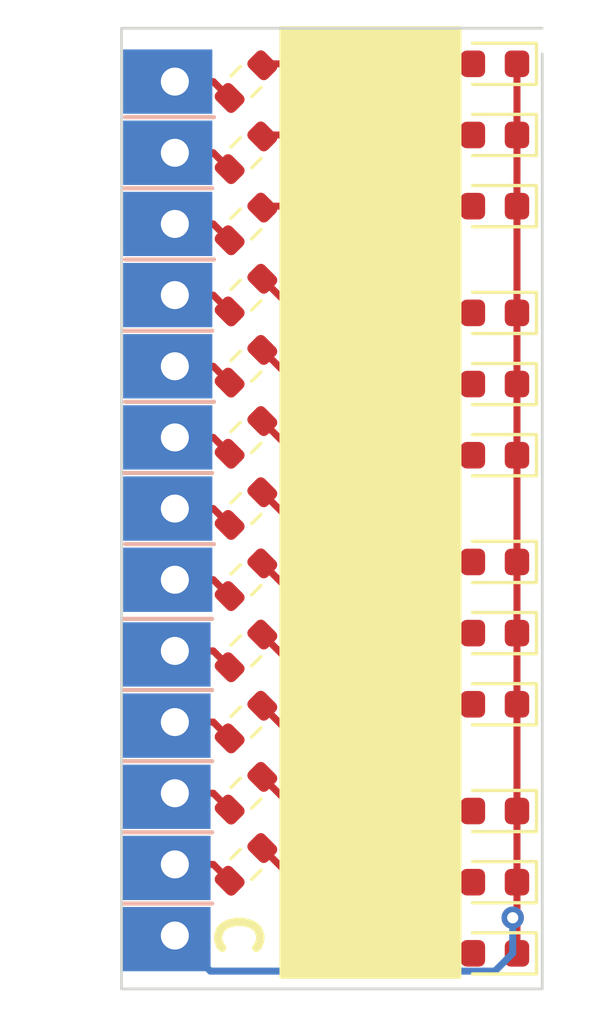
<source format=kicad_pcb>
(kicad_pcb (version 20221018) (generator pcbnew)
  (layers (0 "F.Cu" signal) (31 "B.Cu" signal) (34 "B.Paste" user) (35 "F.Paste" user) (36 "B.SilkS" user "B.Silkscreen") (37 "F.SilkS" user "F.Silkscreen") (38 "B.Mask" user) (39 "F.Mask" user) (44 "Edge.Cuts" user))
  (net 0 "")
  (net 1 "Net-(D1-K)")
  (net 2 "Net-(D1-A)")
  (net 3 "Net-(D2-A)")
  (net 4 "Net-(D3-A)")
  (net 5 "Net-(D4-A)")
  (net 6 "Net-(D5-A)")
  (net 7 "Net-(D6-A)")
  (net 8 "Net-(D7-A)")
  (net 9 "Net-(D8-A)")
  (net 10 "Net-(J1-Pin_1)")
  (net 11 "Net-(J1-Pin_2)")
  (net 12 "Net-(J1-Pin_3)")
  (net 13 "Net-(J1-Pin_4)")
  (net 14 "Net-(J1-Pin_5)")
  (net 15 "Net-(J1-Pin_6)")
  (net 16 "Net-(J1-Pin_7)")
  (net 17 "Net-(J1-Pin_8)")
  (net 18 "Net-(D9-A)")
  (net 19 "Net-(D10-A)")
  (net 20 "Net-(D11-A)")
  (net 21 "Net-(D12-A)")
  (net 22 "Net-(J1-Pin_9)")
  (net 23 "Net-(J1-Pin_10)")
  (net 24 "Net-(J1-Pin_11)")
  (net 25 "Net-(J1-Pin_12)")
  (footprint "Resistor_SMD:R_0603_1608Metric" (layer "F.Cu") (at 109.22 118.11 45)
    (fp_text reference "R8" hide)
    (fp_text value "R")
    (fp_line (start -0.237258 -0.5225) (end 0.237258 -0.5225) (stroke (width 0.12)) (layer "F.SilkS"))
    (fp_line (start -0.237258 0.5225) (end 0.237258 0.5225) (stroke (width 0.12)) (layer "F.SilkS"))
    (pad "1" smd roundrect (at -0.825 0 45) (size 0.8 0.95) (layers "F.Cu" "F.Paste" "F.Mask") (net 17 "Net-(J1-Pin_8)"))
    (pad "2" smd roundrect (at 0.825 0 45) (size 0.8 0.95) (layers "F.Cu" "F.Paste" "F.Mask") (net 9 "Net-(D8-A)"))
  )
  (footprint "Resistor_SMD:R_0603_1608Metric" (layer "F.Cu") (at 109.22 113.03 45)
    (fp_text reference "R6" hide)
    (fp_text value "R")
    (fp_line (start -0.237258 -0.5225) (end 0.237258 -0.5225) (stroke (width 0.12)) (layer "F.SilkS"))
    (fp_line (start -0.237258 0.5225) (end 0.237258 0.5225) (stroke (width 0.12)) (layer "F.SilkS"))
    (pad "1" smd roundrect (at -0.825 0 45) (size 0.8 0.95) (layers "F.Cu" "F.Paste" "F.Mask") (net 15 "Net-(J1-Pin_6)"))
    (pad "2" smd roundrect (at 0.825 0 45) (size 0.8 0.95) (layers "F.Cu" "F.Paste" "F.Mask") (net 7 "Net-(D6-A)"))
  )
  (footprint "Resistor_SMD:R_0603_1608Metric" (layer "F.Cu") (at 109.22 105.41 45)
    (fp_text reference "R3" hide)
    (fp_text value "R")
    (fp_line (start -0.237258 -0.5225) (end 0.237258 -0.5225) (stroke (width 0.12)) (layer "F.SilkS"))
    (fp_line (start -0.237258 0.5225) (end 0.237258 0.5225) (stroke (width 0.12)) (layer "F.SilkS"))
    (pad "1" smd roundrect (at -0.825 0 45) (size 0.8 0.95) (layers "F.Cu" "F.Paste" "F.Mask") (net 12 "Net-(J1-Pin_3)"))
    (pad "2" smd roundrect (at 0.825 0 45) (size 0.8 0.95) (layers "F.Cu" "F.Paste" "F.Mask") (net 4 "Net-(D3-A)"))
  )
  (footprint "Resistor_SMD:R_0603_1608Metric" (layer "F.Cu") (at 109.22 128.27 45)
    (fp_text reference "R12" hide)
    (fp_text value "R")
    (fp_line (start -0.237258 -0.5225) (end 0.237258 -0.5225) (stroke (width 0.12)) (layer "F.SilkS"))
    (fp_line (start -0.237258 0.5225) (end 0.237258 0.5225) (stroke (width 0.12)) (layer "F.SilkS"))
    (pad "1" smd roundrect (at -0.825 0 45) (size 0.8 0.95) (layers "F.Cu" "F.Paste" "F.Mask") (net 25 "Net-(J1-Pin_12)"))
    (pad "2" smd roundrect (at 0.825 0 45) (size 0.8 0.95) (layers "F.Cu" "F.Paste" "F.Mask") (net 21 "Net-(D12-A)"))
  )
  (footprint "Resistor_SMD:R_0603_1608Metric" (layer "F.Cu") (at 109.22 110.49 45)
    (fp_text reference "R5" hide)
    (fp_text value "R")
    (fp_line (start -0.237258 -0.5225) (end 0.237258 -0.5225) (stroke (width 0.12)) (layer "F.SilkS"))
    (fp_line (start -0.237258 0.5225) (end 0.237258 0.5225) (stroke (width 0.12)) (layer "F.SilkS"))
    (pad "1" smd roundrect (at -0.825 0 45) (size 0.8 0.95) (layers "F.Cu" "F.Paste" "F.Mask") (net 14 "Net-(J1-Pin_5)"))
    (pad "2" smd roundrect (at 0.825 0 45) (size 0.8 0.95) (layers "F.Cu" "F.Paste" "F.Mask") (net 6 "Net-(D5-A)"))
  )
  (footprint "LED_SMD:LED_0603_1608Metric" (layer "F.Cu") (at 118.11 126.365 180)
    (fp_text reference "D10" hide)
    (fp_text value "LED_Small")
    (fp_line (start -1.485 -0.735) (end -1.485 0.735) (stroke (width 0.12)) (layer "F.SilkS"))
    (fp_line (start -1.485 0.735) (end 0.8 0.735) (stroke (width 0.12)) (layer "F.SilkS"))
    (fp_line (start 0.8 -0.735) (end -1.485 -0.735) (stroke (width 0.12)) (layer "F.SilkS"))
    (pad "1" smd roundrect (at -0.7875 0 180) (size 0.875 0.95) (layers "F.Cu" "F.Paste" "F.Mask") (net 1 "Net-(D1-K)"))
    (pad "2" smd roundrect (at 0.7875 0 180) (size 0.875 0.95) (layers "F.Cu" "F.Paste" "F.Mask") (net 19 "Net-(D10-A)"))
  )
  (footprint "Connector_PinHeader_2.54mm:PinHeader_1x12_P2.54mm_Vertical" (layer "F.Cu") (at 106.68 100.33)
    (fp_text reference "J1" hide)
    (fp_text value "Conn_01x12_Pin")
    (pad "1" thru_hole rect (at 0 0) (size 1.7 1.7) (drill 1) (layers "*.Cu" "*.Mask") (net 10 "Net-(J1-Pin_1)"))
    (pad "2" thru_hole rect (at 0 2.54) (size 1.7 1.7) (drill 1) (layers "*.Cu" "*.Mask") (net 11 "Net-(J1-Pin_2)"))
    (pad "3" thru_hole rect (at 0 5.08) (size 1.7 1.7) (drill 1) (layers "*.Cu" "*.Mask") (net 12 "Net-(J1-Pin_3)"))
    (pad "4" thru_hole rect (at 0 7.62) (size 1.7 1.7) (drill 1) (layers "*.Cu" "*.Mask") (net 13 "Net-(J1-Pin_4)"))
    (pad "5" thru_hole rect (at 0 10.16) (size 1.7 1.7) (drill 1) (layers "*.Cu" "*.Mask") (net 14 "Net-(J1-Pin_5)"))
    (pad "6" thru_hole rect (at 0 12.7) (size 1.7 1.7) (drill 1) (layers "*.Cu" "*.Mask") (net 15 "Net-(J1-Pin_6)"))
    (pad "7" thru_hole rect (at 0 15.24) (size 1.7 1.7) (drill 1) (layers "*.Cu" "*.Mask") (net 16 "Net-(J1-Pin_7)"))
    (pad "8" thru_hole rect (at 0 17.78) (size 1.7 1.7) (drill 1) (layers "*.Cu" "*.Mask") (net 17 "Net-(J1-Pin_8)"))
    (pad "9" thru_hole rect (at 0 20.32) (size 1.7 1.7) (drill 1) (layers "*.Cu" "*.Mask") (net 22 "Net-(J1-Pin_9)"))
    (pad "10" thru_hole rect (at 0 22.86) (size 1.7 1.7) (drill 1) (layers "*.Cu" "*.Mask") (net 23 "Net-(J1-Pin_10)"))
    (pad "11" thru_hole rect (at 0 25.4) (size 1.7 1.7) (drill 1) (layers "*.Cu" "*.Mask") (net 24 "Net-(J1-Pin_11)"))
    (pad "12" thru_hole rect (at 0 27.94) (size 1.7 1.7) (drill 1) (layers "*.Cu" "*.Mask") (net 25 "Net-(J1-Pin_12)"))
  )
  (footprint "LED_SMD:LED_0603_1608Metric" (layer "F.Cu") (at 118.11 102.235 180)
    (fp_text reference "D2" hide)
    (fp_text value "LED_Small")
    (fp_line (start -1.485 -0.735) (end -1.485 0.735) (stroke (width 0.12)) (layer "F.SilkS"))
    (fp_line (start -1.485 0.735) (end 0.8 0.735) (stroke (width 0.12)) (layer "F.SilkS"))
    (fp_line (start 0.8 -0.735) (end -1.485 -0.735) (stroke (width 0.12)) (layer "F.SilkS"))
    (pad "1" smd roundrect (at -0.7875 0 180) (size 0.875 0.95) (layers "F.Cu" "F.Paste" "F.Mask") (net 1 "Net-(D1-K)"))
    (pad "2" smd roundrect (at 0.7875 0 180) (size 0.875 0.95) (layers "F.Cu" "F.Paste" "F.Mask") (net 3 "Net-(D2-A)"))
  )
  (footprint "LED_SMD:LED_0603_1608Metric" (layer "F.Cu") (at 118.11 111.125 180)
    (fp_text reference "D5" hide)
    (fp_text value "LED_Small")
    (fp_line (start -1.485 -0.735) (end -1.485 0.735) (stroke (width 0.12)) (layer "F.SilkS"))
    (fp_line (start -1.485 0.735) (end 0.8 0.735) (stroke (width 0.12)) (layer "F.SilkS"))
    (fp_line (start 0.8 -0.735) (end -1.485 -0.735) (stroke (width 0.12)) (layer "F.SilkS"))
    (pad "1" smd roundrect (at -0.7875 0 180) (size 0.875 0.95) (layers "F.Cu" "F.Paste" "F.Mask") (net 1 "Net-(D1-K)"))
    (pad "2" smd roundrect (at 0.7875 0 180) (size 0.875 0.95) (layers "F.Cu" "F.Paste" "F.Mask") (net 6 "Net-(D5-A)"))
  )
  (footprint "LED_SMD:LED_0603_1608Metric" (layer "F.Cu") (at 118.11 122.555 180)
    (fp_text reference "D9" hide)
    (fp_text value "LED_Small")
    (fp_line (start -1.485 -0.735) (end -1.485 0.735) (stroke (width 0.12)) (layer "F.SilkS"))
    (fp_line (start -1.485 0.735) (end 0.8 0.735) (stroke (width 0.12)) (layer "F.SilkS"))
    (fp_line (start 0.8 -0.735) (end -1.485 -0.735) (stroke (width 0.12)) (layer "F.SilkS"))
    (pad "1" smd roundrect (at -0.7875 0 180) (size 0.875 0.95) (layers "F.Cu" "F.Paste" "F.Mask") (net 1 "Net-(D1-K)"))
    (pad "2" smd roundrect (at 0.7875 0 180) (size 0.875 0.95) (layers "F.Cu" "F.Paste" "F.Mask") (net 18 "Net-(D9-A)"))
  )
  (footprint "LED_SMD:LED_0603_1608Metric" (layer "F.Cu") (at 118.11 99.695 180)
    (fp_text reference "D1" hide)
    (fp_text value "LED_Small")
    (fp_line (start -1.485 -0.735) (end -1.485 0.735) (stroke (width 0.12)) (layer "F.SilkS"))
    (fp_line (start -1.485 0.735) (end 0.8 0.735) (stroke (width 0.12)) (layer "F.SilkS"))
    (fp_line (start 0.8 -0.735) (end -1.485 -0.735) (stroke (width 0.12)) (layer "F.SilkS"))
    (pad "1" smd roundrect (at -0.7875 0 180) (size 0.875 0.95) (layers "F.Cu" "F.Paste" "F.Mask") (net 1 "Net-(D1-K)"))
    (pad "2" smd roundrect (at 0.7875 0 180) (size 0.875 0.95) (layers "F.Cu" "F.Paste" "F.Mask") (net 2 "Net-(D1-A)"))
  )
  (footprint "Resistor_SMD:R_0603_1608Metric" (layer "F.Cu") (at 109.22 115.57 45)
    (fp_text reference "R7" hide)
    (fp_text value "R")
    (fp_line (start -0.237258 -0.5225) (end 0.237258 -0.5225) (stroke (width 0.12)) (layer "F.SilkS"))
    (fp_line (start -0.237258 0.5225) (end 0.237258 0.5225) (stroke (width 0.12)) (layer "F.SilkS"))
    (pad "1" smd roundrect (at -0.825 0 45) (size 0.8 0.95) (layers "F.Cu" "F.Paste" "F.Mask") (net 16 "Net-(J1-Pin_7)"))
    (pad "2" smd roundrect (at 0.825 0 45) (size 0.8 0.95) (layers "F.Cu" "F.Paste" "F.Mask") (net 8 "Net-(D7-A)"))
  )
  (footprint "LED_SMD:LED_0603_1608Metric" (layer "F.Cu") (at 118.11 108.585 180)
    (fp_text reference "D4" hide)
    (fp_text value "LED_Small")
    (fp_line (start -1.485 -0.735) (end -1.485 0.735) (stroke (width 0.12)) (layer "F.SilkS"))
    (fp_line (start -1.485 0.735) (end 0.8 0.735) (stroke (width 0.12)) (layer "F.SilkS"))
    (fp_line (start 0.8 -0.735) (end -1.485 -0.735) (stroke (width 0.12)) (layer "F.SilkS"))
    (pad "1" smd roundrect (at -0.7875 0 180) (size 0.875 0.95) (layers "F.Cu" "F.Paste" "F.Mask") (net 1 "Net-(D1-K)"))
    (pad "2" smd roundrect (at 0.7875 0 180) (size 0.875 0.95) (layers "F.Cu" "F.Paste" "F.Mask") (net 5 "Net-(D4-A)"))
  )
  (footprint "Resistor_SMD:R_0603_1608Metric" (layer "F.Cu") (at 109.22 100.33 45)
    (fp_text reference "R1" hide)
    (fp_text value "R")
    (fp_line (start -0.237258 -0.5225) (end 0.237258 -0.5225) (stroke (width 0.12)) (layer "F.SilkS"))
    (fp_line (start -0.237258 0.5225) (end 0.237258 0.5225) (stroke (width 0.12)) (layer "F.SilkS"))
    (pad "1" smd roundrect (at -0.825 0 45) (size 0.8 0.95) (layers "F.Cu" "F.Paste" "F.Mask") (net 10 "Net-(J1-Pin_1)"))
    (pad "2" smd roundrect (at 0.825 0 45) (size 0.8 0.95) (layers "F.Cu" "F.Paste" "F.Mask") (net 2 "Net-(D1-A)"))
  )
  (footprint "Resistor_SMD:R_0603_1608Metric" (layer "F.Cu") (at 109.22 107.95 45)
    (fp_text reference "R4" hide)
    (fp_text value "R")
    (fp_line (start -0.237258 -0.5225) (end 0.237258 -0.5225) (stroke (width 0.12)) (layer "F.SilkS"))
    (fp_line (start -0.237258 0.5225) (end 0.237258 0.5225) (stroke (width 0.12)) (layer "F.SilkS"))
    (pad "1" smd roundrect (at -0.825 0 45) (size 0.8 0.95) (layers "F.Cu" "F.Paste" "F.Mask") (net 13 "Net-(J1-Pin_4)"))
    (pad "2" smd roundrect (at 0.825 0 45) (size 0.8 0.95) (layers "F.Cu" "F.Paste" "F.Mask") (net 5 "Net-(D4-A)"))
  )
  (footprint "Resistor_SMD:R_0603_1608Metric" (layer "F.Cu") (at 109.22 102.87 45)
    (fp_text reference "R2" hide)
    (fp_text value "R")
    (fp_line (start -0.237258 -0.5225) (end 0.237258 -0.5225) (stroke (width 0.12)) (layer "F.SilkS"))
    (fp_line (start -0.237258 0.5225) (end 0.237258 0.5225) (stroke (width 0.12)) (layer "F.SilkS"))
    (pad "1" smd roundrect (at -0.825 0 45) (size 0.8 0.95) (layers "F.Cu" "F.Paste" "F.Mask") (net 11 "Net-(J1-Pin_2)"))
    (pad "2" smd roundrect (at 0.825 0 45) (size 0.8 0.95) (layers "F.Cu" "F.Paste" "F.Mask") (net 3 "Net-(D2-A)"))
  )
  (footprint "LED_SMD:LED_0603_1608Metric" (layer "F.Cu") (at 118.11 117.475 180)
    (fp_text reference "D7" hide)
    (fp_text value "LED_Small")
    (fp_line (start -1.485 -0.735) (end -1.485 0.735) (stroke (width 0.12)) (layer "F.SilkS"))
    (fp_line (start -1.485 0.735) (end 0.8 0.735) (stroke (width 0.12)) (layer "F.SilkS"))
    (fp_line (start 0.8 -0.735) (end -1.485 -0.735) (stroke (width 0.12)) (layer "F.SilkS"))
    (pad "1" smd roundrect (at -0.7875 0 180) (size 0.875 0.95) (layers "F.Cu" "F.Paste" "F.Mask") (net 1 "Net-(D1-K)"))
    (pad "2" smd roundrect (at 0.7875 0 180) (size 0.875 0.95) (layers "F.Cu" "F.Paste" "F.Mask") (net 8 "Net-(D7-A)"))
  )
  (footprint "Resistor_SMD:R_0603_1608Metric" (layer "F.Cu") (at 109.22 123.19 45)
    (fp_text reference "R10" hide)
    (fp_text value "R")
    (fp_line (start -0.237258 -0.5225) (end 0.237258 -0.5225) (stroke (width 0.12)) (layer "F.SilkS"))
    (fp_line (start -0.237258 0.5225) (end 0.237258 0.5225) (stroke (width 0.12)) (layer "F.SilkS"))
    (pad "1" smd roundrect (at -0.825 0 45) (size 0.8 0.95) (layers "F.Cu" "F.Paste" "F.Mask") (net 23 "Net-(J1-Pin_10)"))
    (pad "2" smd roundrect (at 0.825 0 45) (size 0.8 0.95) (layers "F.Cu" "F.Paste" "F.Mask") (net 19 "Net-(D10-A)"))
  )
  (footprint "LED_SMD:LED_0603_1608Metric" (layer "F.Cu") (at 118.11 104.775 180)
    (fp_text reference "D3" hide)
    (fp_text value "LED_Small")
    (fp_line (start -1.485 -0.735) (end -1.485 0.735) (stroke (width 0.12)) (layer "F.SilkS"))
    (fp_line (start -1.485 0.735) (end 0.8 0.735) (stroke (width 0.12)) (layer "F.SilkS"))
    (fp_line (start 0.8 -0.735) (end -1.485 -0.735) (stroke (width 0.12)) (layer "F.SilkS"))
    (pad "1" smd roundrect (at -0.7875 0 180) (size 0.875 0.95) (layers "F.Cu" "F.Paste" "F.Mask") (net 1 "Net-(D1-K)"))
    (pad "2" smd roundrect (at 0.7875 0 180) (size 0.875 0.95) (layers "F.Cu" "F.Paste" "F.Mask") (net 4 "Net-(D3-A)"))
  )
  (footprint "LED_SMD:LED_0603_1608Metric" (layer "F.Cu") (at 118.11 113.665 180)
    (fp_text reference "D6" hide)
    (fp_text value "LED_Small")
    (fp_line (start -1.485 -0.735) (end -1.485 0.735) (stroke (width 0.12)) (layer "F.SilkS"))
    (fp_line (start -1.485 0.735) (end 0.8 0.735) (stroke (width 0.12)) (layer "F.SilkS"))
    (fp_line (start 0.8 -0.735) (end -1.485 -0.735) (stroke (width 0.12)) (layer "F.SilkS"))
    (pad "1" smd roundrect (at -0.7875 0 180) (size 0.875 0.95) (layers "F.Cu" "F.Paste" "F.Mask") (net 1 "Net-(D1-K)"))
    (pad "2" smd roundrect (at 0.7875 0 180) (size 0.875 0.95) (layers "F.Cu" "F.Paste" "F.Mask") (net 7 "Net-(D6-A)"))
  )
  (footprint "LED_SMD:LED_0603_1608Metric" (layer "F.Cu") (at 118.11 120.015 180)
    (fp_text reference "D8" hide)
    (fp_text value "LED_Small")
    (fp_line (start -1.485 -0.735) (end -1.485 0.735) (stroke (width 0.12)) (layer "F.SilkS"))
    (fp_line (start -1.485 0.735) (end 0.8 0.735) (stroke (width 0.12)) (layer "F.SilkS"))
    (fp_line (start 0.8 -0.735) (end -1.485 -0.735) (stroke (width 0.12)) (layer "F.SilkS"))
    (pad "1" smd roundrect (at -0.7875 0 180) (size 0.875 0.95) (layers "F.Cu" "F.Paste" "F.Mask") (net 1 "Net-(D1-K)"))
    (pad "2" smd roundrect (at 0.7875 0 180) (size 0.875 0.95) (layers "F.Cu" "F.Paste" "F.Mask") (net 9 "Net-(D8-A)"))
  )
  (footprint "Resistor_SMD:R_0603_1608Metric" (layer "F.Cu") (at 109.22 125.73 45)
    (fp_text reference "R11" hide)
    (fp_text value "R")
    (fp_line (start -0.237258 -0.5225) (end 0.237258 -0.5225) (stroke (width 0.12)) (layer "F.SilkS"))
    (fp_line (start -0.237258 0.5225) (end 0.237258 0.5225) (stroke (width 0.12)) (layer "F.SilkS"))
    (pad "1" smd roundrect (at -0.825 0 45) (size 0.8 0.95) (layers "F.Cu" "F.Paste" "F.Mask") (net 24 "Net-(J1-Pin_11)"))
    (pad "2" smd roundrect (at 0.825 0 45) (size 0.8 0.95) (layers "F.Cu" "F.Paste" "F.Mask") (net 20 "Net-(D11-A)"))
  )
  (footprint "Connector_PinHeader_2.54mm:PinHeader_1x01_P2.54mm_Vertical" (layer "F.Cu") (at 106.68 130.81)
    (fp_text reference "J2" hide)
    (fp_text value "Conn_01x01_Pin")
    (pad "1" thru_hole rect (at 0 0) (size 1.7 1.7) (drill 1) (layers "*.Cu" "*.Mask") (net 1 "Net-(D1-K)"))
  )
  (footprint "LED_SMD:LED_0603_1608Metric" (layer "F.Cu") (at 118.11 128.905 180)
    (fp_text reference "D11" hide)
    (fp_text value "LED_Small")
    (fp_line (start -1.485 -0.735) (end -1.485 0.735) (stroke (width 0.12)) (layer "F.SilkS"))
    (fp_line (start -1.485 0.735) (end 0.8 0.735) (stroke (width 0.12)) (layer "F.SilkS"))
    (fp_line (start 0.8 -0.735) (end -1.485 -0.735) (stroke (width 0.12)) (layer "F.SilkS"))
    (pad "1" smd roundrect (at -0.7875 0 180) (size 0.875 0.95) (layers "F.Cu" "F.Paste" "F.Mask") (net 1 "Net-(D1-K)"))
    (pad "2" smd roundrect (at 0.7875 0 180) (size 0.875 0.95) (layers "F.Cu" "F.Paste" "F.Mask") (net 20 "Net-(D11-A)"))
  )
  (footprint "Resistor_SMD:R_0603_1608Metric" (layer "F.Cu") (at 109.22 120.65 45)
    (fp_text reference "R9" hide)
    (fp_text value "R")
    (fp_line (start -0.237258 -0.5225) (end 0.237258 -0.5225) (stroke (width 0.12)) (layer "F.SilkS"))
    (fp_line (start -0.237258 0.5225) (end 0.237258 0.5225) (stroke (width 0.12)) (layer "F.SilkS"))
    (pad "1" smd roundrect (at -0.825 0 45) (size 0.8 0.95) (layers "F.Cu" "F.Paste" "F.Mask") (net 22 "Net-(J1-Pin_9)"))
    (pad "2" smd roundrect (at 0.825 0 45) (size 0.8 0.95) (layers "F.Cu" "F.Paste" "F.Mask") (net 18 "Net-(D9-A)"))
  )
  (footprint "LED_SMD:LED_0603_1608Metric" (layer "F.Cu") (at 118.11 131.445 180)
    (fp_text reference "D12" hide)
    (fp_text value "LED_Small")
    (fp_line (start -1.485 -0.735) (end -1.485 0.735) (stroke (width 0.12)) (layer "F.SilkS"))
    (fp_line (start -1.485 0.735) (end 0.8 0.735) (stroke (width 0.12)) (layer "F.SilkS"))
    (fp_line (start 0.8 -0.735) (end -1.485 -0.735) (stroke (width 0.12)) (layer "F.SilkS"))
    (pad "1" smd roundrect (at -0.7875 0 180) (size 0.875 0.95) (layers "F.Cu" "F.Paste" "F.Mask") (net 1 "Net-(D1-K)"))
    (pad "2" smd roundrect (at 0.7875 0 180) (size 0.875 0.95) (layers "F.Cu" "F.Paste" "F.Mask") (net 21 "Net-(D12-A)"))
  )
  (gr_rect (start 104.8385 106.807) (end 108.0135 109.093) (stroke (width 0.01)) (fill solid) (layer "B.Cu"))
  (gr_rect (start 104.8385 109.347) (end 108.0135 111.633) (stroke (width 0.01)) (fill solid) (layer "B.Cu"))
  (gr_rect (start 104.775 119.634) (end 107.95 121.92) (stroke (width 0.01)) (fill solid) (layer "B.Cu"))
  (gr_rect (start 104.8385 116.967) (end 108.0135 119.253) (stroke (width 0.01)) (fill solid) (layer "B.Cu"))
  (gr_rect (start 104.8385 101.727) (end 108.0135 104.013) (stroke (width 0.01)) (fill solid) (layer "B.Cu"))
  (gr_rect (start 104.775 129.794) (end 107.95 132.08) (stroke (width 0.01)) (fill solid) (layer "B.Cu"))
  (gr_rect (start 104.8385 104.267) (end 108.0135 106.553) (stroke (width 0.01)) (fill solid) (layer "B.Cu"))
  (gr_rect (start 104.8385 99.187) (end 108.0135 101.473) (stroke (width 0.01)) (fill solid) (layer "B.Cu"))
  (gr_rect (start 104.8385 111.887) (end 108.0135 114.173) (stroke (width 0.01)) (fill solid) (layer "B.Cu"))
  (gr_rect (start 104.8385 114.427) (end 108.0135 116.713) (stroke (width 0.01)) (fill solid) (layer "B.Cu"))
  (gr_rect (start 104.775 127.254) (end 107.95 129.54) (stroke (width 0.01)) (fill solid) (layer "B.Cu"))
  (gr_rect (start 104.775 124.714) (end 107.95 127) (stroke (width 0.01)) (fill solid) (layer "B.Cu"))
  (gr_rect (start 104.775 122.174) (end 107.95 124.46) (stroke (width 0.01)) (fill solid) (layer "B.Cu"))
  (gr_line (start 104.902 106.68) (end 108.077 106.68) (stroke (width 0.15)) (layer "B.SilkS"))
  (gr_line (start 104.8385 109.22) (end 108.0135 109.22) (stroke (width 0.15)) (layer "B.SilkS"))
  (gr_line (start 104.8385 104.14) (end 108.0135 104.14) (stroke (width 0.15)) (layer "B.SilkS"))
  (gr_line (start 104.8385 124.587) (end 108.0135 124.587) (stroke (width 0.15)) (layer "B.SilkS"))
  (gr_line (start 104.902 111.76) (end 108.077 111.76) (stroke (width 0.15)) (layer "B.SilkS"))
  (gr_line (start 104.8385 114.3) (end 108.0135 114.3) (stroke (width 0.15)) (layer "B.SilkS"))
  (gr_line (start 104.902 116.84) (end 108.077 116.84) (stroke (width 0.15)) (layer "B.SilkS"))
  (gr_line (start 104.8385 122.047) (end 108.0135 122.047) (stroke (width 0.15)) (layer "B.SilkS"))
  (gr_line (start 104.8385 119.507) (end 108.0135 119.507) (stroke (width 0.15)) (layer "B.SilkS"))
  (gr_line (start 104.8385 129.667) (end 108.0135 129.667) (stroke (width 0.15)) (layer "B.SilkS"))
  (gr_line (start 104.8385 127.127) (end 108.0135 127.127) (stroke (width 0.15)) (layer "B.SilkS"))
  (gr_line (start 104.902 101.6) (end 108.077 101.6) (stroke (width 0.15)) (layer "B.SilkS"))
  (gr_rect (start 110.49 98.425) (end 116.84 132.280216) (stroke (width 0.15)) (fill solid) (layer "F.SilkS"))
  (gr_line (start 119.8 98.425) (end 104.775 98.425) (stroke (width 0.1)) (layer "Edge.Cuts"))
  (gr_line (start 104.775 132.715) (end 119.8 132.715) (stroke (width 0.1)) (layer "Edge.Cuts"))
  (gr_line (start 104.775 98.425) (end 104.775 132.715) (stroke (width 0.1)) (layer "Edge.Cuts"))
  (gr_line (start 119.8 132.715) (end 119.8 99.335) (stroke (width 0.1)) (layer "Edge.Cuts"))
  (gr_text "C" (at 108.030767 129.835572 -90) (layer "F.SilkS") (effects (font (size 1.5 1.5) (thickness 0.3) bold) (justify left bottom)))
  (segment (start 118.8975 130.175) (end 118.8975 99.695) (width 0.25) (layer "F.Cu") (net 1))
  (segment (start 118.8975 131.445) (end 118.8975 130.175) (width 0.25) (layer "F.Cu") (net 1))
  (via (at 118.745 130.175) (size 0.8) (drill 0.4) (layers "F.Cu" "B.Cu") (net 1))
  (segment (start 118.11 132.08) (end 118.745 131.445) (width 0.25) (layer "B.Cu") (net 1))
  (segment (start 107.95 132.08) (end 106.68 130.81) (width 0.25) (layer "B.Cu") (net 1))
  (segment (start 117.475 132.08) (end 118.11 132.08) (width 0.25) (layer "B.Cu") (net 1))
  (segment (start 118.745 130.175) (end 118.745 131.445) (width 0.25) (layer "B.Cu") (net 1))
  (segment (start 117.475 132.08) (end 107.95 132.08) (width 0.25) (layer "B.Cu") (net 1))
  (segment (start 117.3225 99.695) (end 109.855 99.695) (width 0.25) (layer "F.Cu") (net 2))
  (segment (start 109.855 99.695) (end 109.803363 99.746637) (width 0.25) (layer "F.Cu") (net 2))
  (segment (start 109.855 102.235) (end 109.803363 102.286637) (width 0.25) (layer "F.Cu") (net 3))
  (segment (start 117.3225 102.235) (end 109.855 102.235) (width 0.25) (layer "F.Cu") (net 3))
  (segment (start 117.3225 104.775) (end 109.855 104.775) (width 0.25) (layer "F.Cu") (net 4))
  (segment (start 109.855 104.775) (end 109.803363 104.826637) (width 0.25) (layer "F.Cu") (net 4))
  (segment (start 117.3225 108.585) (end 111.021726 108.585) (width 0.25) (layer "F.Cu") (net 5))
  (segment (start 111.021726 108.585) (end 109.803363 107.366637) (width 0.25) (layer "F.Cu") (net 5))
  (segment (start 109.855 107.315) (end 109.803363 107.366637) (width 0.25) (layer "F.Cu") (net 5))
  (segment (start 117.3225 111.125) (end 111.021726 111.125) (width 0.25) (layer "F.Cu") (net 6))
  (segment (start 111.021726 111.125) (end 109.803363 109.906637) (width 0.25) (layer "F.Cu") (net 6))
  (segment (start 111.021726 113.665) (end 109.803363 112.446637) (width 0.25) (layer "F.Cu") (net 7))
  (segment (start 117.3225 113.665) (end 111.021726 113.665) (width 0.25) (layer "F.Cu") (net 7))
  (segment (start 117.3225 117.475) (end 112.291726 117.475) (width 0.25) (layer "F.Cu") (net 8))
  (segment (start 112.291726 117.475) (end 109.803363 114.986637) (width 0.25) (layer "F.Cu") (net 8))
  (segment (start 112.291726 120.015) (end 109.803363 117.526637) (width 0.25) (layer "F.Cu") (net 9))
  (segment (start 117.3225 120.015) (end 112.291726 120.015) (width 0.25) (layer "F.Cu") (net 9))
  (segment (start 108.053274 100.33) (end 108.636637 100.913363) (width 0.25) (layer "F.Cu") (net 10))
  (segment (start 106.68 100.33) (end 108.053274 100.33) (width 0.25) (layer "F.Cu") (net 10))
  (segment (start 106.68 102.87) (end 108.053274 102.87) (width 0.25) (layer "F.Cu") (net 11))
  (segment (start 108.053274 102.87) (end 108.636637 103.453363) (width 0.25) (layer "F.Cu") (net 11))
  (segment (start 106.68 105.41) (end 108.053274 105.41) (width 0.25) (layer "F.Cu") (net 12))
  (segment (start 108.053274 105.41) (end 108.636637 105.993363) (width 0.25) (layer "F.Cu") (net 12))
  (segment (start 108.053274 107.95) (end 108.636637 108.533363) (width 0.25) (layer "F.Cu") (net 13))
  (segment (start 106.68 107.95) (end 108.053274 107.95) (width 0.25) (layer "F.Cu") (net 13))
  (segment (start 106.68 110.49) (end 108.053274 110.49) (width 0.25) (layer "F.Cu") (net 14))
  (segment (start 108.053274 110.49) (end 108.636637 111.073363) (width 0.25) (layer "F.Cu") (net 14))
  (segment (start 106.68 113.03) (end 108.053274 113.03) (width 0.25) (layer "F.Cu") (net 15))
  (segment (start 108.053274 113.03) (end 108.636637 113.613363) (width 0.25) (layer "F.Cu") (net 15))
  (segment (start 106.68 115.57) (end 108.053274 115.57) (width 0.25) (layer "F.Cu") (net 16))
  (segment (start 108.053274 115.57) (end 108.636637 116.153363) (width 0.25) (layer "F.Cu") (net 16))
  (segment (start 106.68 118.11) (end 108.053274 118.11) (width 0.25) (layer "F.Cu") (net 17))
  (segment (start 108.053274 118.11) (end 108.636637 118.693363) (width 0.25) (layer "F.Cu") (net 17))
  (segment (start 112.291726 122.555) (end 109.803363 120.066637) (width 0.25) (layer "F.Cu") (net 18))
  (segment (start 117.3225 122.555) (end 112.291726 122.555) (width 0.25) (layer "F.Cu") (net 18))
  (segment (start 113.561726 126.365) (end 109.803363 122.606637) (width 0.25) (layer "F.Cu") (net 19))
  (segment (start 117.3225 126.365) (end 113.561726 126.365) (width 0.25) (layer "F.Cu") (net 19))
  (segment (start 113.561726 128.905) (end 109.803363 125.146637) (width 0.25) (layer "F.Cu") (net 20))
  (segment (start 117.3225 128.905) (end 113.561726 128.905) (width 0.25) (layer "F.Cu") (net 20))
  (segment (start 109.803363 127.686637) (end 113.561726 131.445) (width 0.25) (layer "F.Cu") (net 21))
  (segment (start 113.561726 131.445) (end 117.3225 131.445) (width 0.25) (layer "F.Cu") (net 21))
  (segment (start 106.68 120.65) (end 108.053274 120.65) (width 0.25) (layer "F.Cu") (net 22))
  (segment (start 108.053274 120.65) (end 108.636637 121.233363) (width 0.25) (layer "F.Cu") (net 22))
  (segment (start 106.68 123.19) (end 108.053274 123.19) (width 0.25) (layer "F.Cu") (net 23))
  (segment (start 108.053274 123.19) (end 108.636637 123.773363) (width 0.25) (layer "F.Cu") (net 23))
  (segment (start 108.053274 125.73) (end 108.636637 126.313363) (width 0.25) (layer "F.Cu") (net 24))
  (segment (start 106.68 125.73) (end 108.053274 125.73) (width 0.25) (layer "F.Cu") (net 24))
  (segment (start 106.68 128.27) (end 108.053274 128.27) (width 0.25) (layer "F.Cu") (net 25))
  (segment (start 108.053274 128.27) (end 108.636637 128.853363) (width 0.25) (layer "F.Cu") (net 25))
)
</source>
